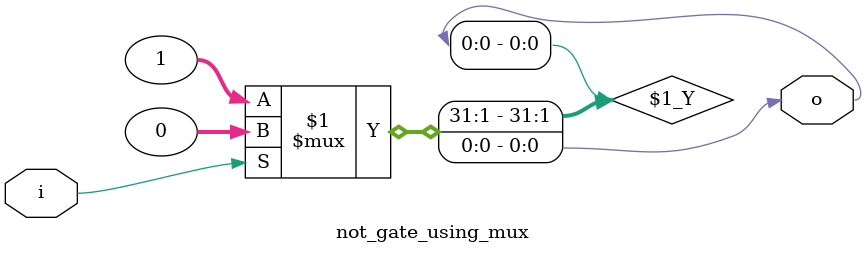
<source format=sv>

module mux
(
  input  d0, d1,
  input  sel,
  output y
);

  assign y = sel ? d1 : d0;

endmodule

//----------------------------------------------------------------------------
// Task
//----------------------------------------------------------------------------

module not_gate_using_mux
(
    input  i,
    output o
);

  // Task:
  // Implement not gate using instance(s) of mux,
  // constants 0 and 1, and wire connections

  assign o = i ? 0 : 1;

endmodule

</source>
